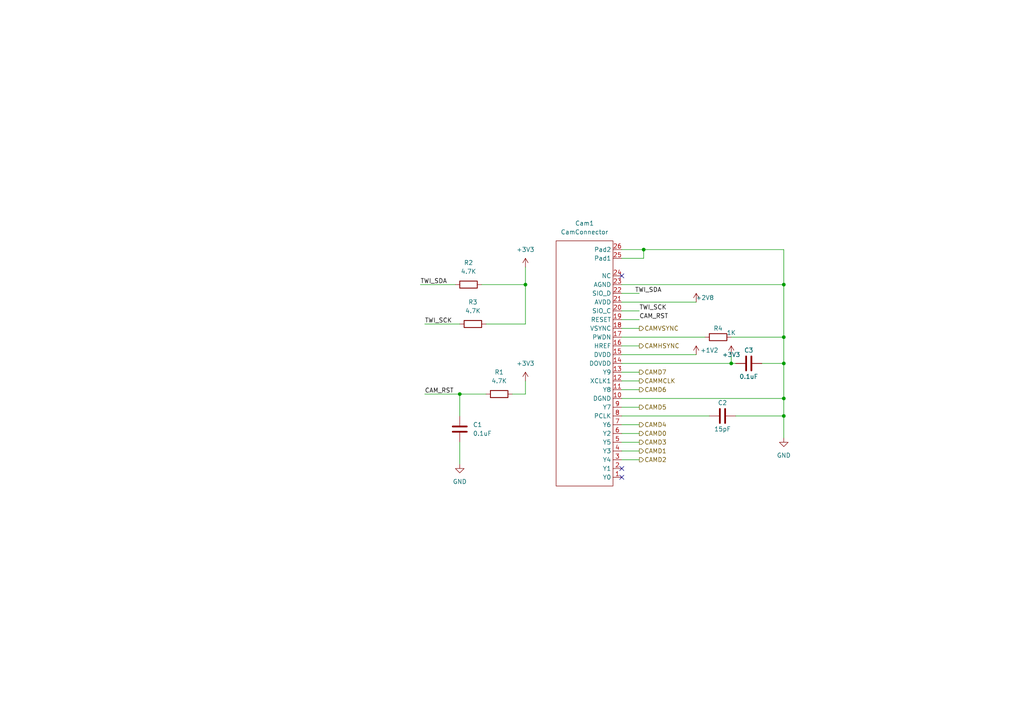
<source format=kicad_sch>
(kicad_sch (version 20211123) (generator eeschema)

  (uuid f2a82e48-4a9e-43d2-95c8-4ea601628687)

  (paper "A4")

  (lib_symbols
    (symbol "Custom:CamConnector" (in_bom yes) (on_board yes)
      (property "Reference" "Cam?" (id 0) (at 0 31.75 0)
        (effects (font (size 1.27 1.27)))
      )
      (property "Value" "CamConnector" (id 1) (at 0 -43.18 0)
        (effects (font (size 1.27 1.27)))
      )
      (property "Footprint" "" (id 2) (at 7.62 0 0)
        (effects (font (size 1.27 1.27)) hide)
      )
      (property "Datasheet" "" (id 3) (at 7.62 0 0)
        (effects (font (size 1.27 1.27)) hide)
      )
      (symbol "CamConnector_0_1"
        (rectangle (start -8.89 30.48) (end 7.62 -40.64)
          (stroke (width 0) (type default) (color 0 0 0 0))
          (fill (type none))
        )
      )
      (symbol "CamConnector_1_1"
        (pin input line (at 10.16 -38.1 180) (length 2.54)
          (name "Y0" (effects (font (size 1.27 1.27))))
          (number "1" (effects (font (size 1.27 1.27))))
        )
        (pin input line (at 10.16 -15.24 180) (length 2.54)
          (name "DGND" (effects (font (size 1.27 1.27))))
          (number "10" (effects (font (size 1.27 1.27))))
        )
        (pin input line (at 10.16 -12.7 180) (length 2.54)
          (name "Y8" (effects (font (size 1.27 1.27))))
          (number "11" (effects (font (size 1.27 1.27))))
        )
        (pin input line (at 10.16 -10.16 180) (length 2.54)
          (name "XCLK1" (effects (font (size 1.27 1.27))))
          (number "12" (effects (font (size 1.27 1.27))))
        )
        (pin input line (at 10.16 -7.62 180) (length 2.54)
          (name "Y9" (effects (font (size 1.27 1.27))))
          (number "13" (effects (font (size 1.27 1.27))))
        )
        (pin input line (at 10.16 -5.08 180) (length 2.54)
          (name "DOVDD" (effects (font (size 1.27 1.27))))
          (number "14" (effects (font (size 1.27 1.27))))
        )
        (pin input line (at 10.16 -2.54 180) (length 2.54)
          (name "DVDD" (effects (font (size 1.27 1.27))))
          (number "15" (effects (font (size 1.27 1.27))))
        )
        (pin input line (at 10.16 0 180) (length 2.54)
          (name "HREF" (effects (font (size 1.27 1.27))))
          (number "16" (effects (font (size 1.27 1.27))))
        )
        (pin input line (at 10.16 2.54 180) (length 2.54)
          (name "PWDN" (effects (font (size 1.27 1.27))))
          (number "17" (effects (font (size 1.27 1.27))))
        )
        (pin input line (at 10.16 5.08 180) (length 2.54)
          (name "VSYNC" (effects (font (size 1.27 1.27))))
          (number "18" (effects (font (size 1.27 1.27))))
        )
        (pin input line (at 10.16 7.62 180) (length 2.54)
          (name "RESET" (effects (font (size 1.27 1.27))))
          (number "19" (effects (font (size 1.27 1.27))))
        )
        (pin input line (at 10.16 -35.56 180) (length 2.54)
          (name "Y1" (effects (font (size 1.27 1.27))))
          (number "2" (effects (font (size 1.27 1.27))))
        )
        (pin input line (at 10.16 10.16 180) (length 2.54)
          (name "SIO_C" (effects (font (size 1.27 1.27))))
          (number "20" (effects (font (size 1.27 1.27))))
        )
        (pin input line (at 10.16 12.7 180) (length 2.54)
          (name "AVDD" (effects (font (size 1.27 1.27))))
          (number "21" (effects (font (size 1.27 1.27))))
        )
        (pin input line (at 10.16 15.24 180) (length 2.54)
          (name "SIO_D" (effects (font (size 1.27 1.27))))
          (number "22" (effects (font (size 1.27 1.27))))
        )
        (pin input line (at 10.16 17.78 180) (length 2.54)
          (name "AGND" (effects (font (size 1.27 1.27))))
          (number "23" (effects (font (size 1.27 1.27))))
        )
        (pin input line (at 10.16 20.32 180) (length 2.54)
          (name "NC" (effects (font (size 1.27 1.27))))
          (number "24" (effects (font (size 1.27 1.27))))
        )
        (pin input line (at 10.16 25.4 180) (length 2.54)
          (name "Pad1" (effects (font (size 1.27 1.27))))
          (number "25" (effects (font (size 1.27 1.27))))
        )
        (pin input line (at 10.16 27.94 180) (length 2.54)
          (name "Pad2" (effects (font (size 1.27 1.27))))
          (number "26" (effects (font (size 1.27 1.27))))
        )
        (pin input line (at 10.16 -33.02 180) (length 2.54)
          (name "Y4" (effects (font (size 1.27 1.27))))
          (number "3" (effects (font (size 1.27 1.27))))
        )
        (pin input line (at 10.16 -30.48 180) (length 2.54)
          (name "Y3" (effects (font (size 1.27 1.27))))
          (number "4" (effects (font (size 1.27 1.27))))
        )
        (pin input line (at 10.16 -27.94 180) (length 2.54)
          (name "Y5" (effects (font (size 1.27 1.27))))
          (number "5" (effects (font (size 1.27 1.27))))
        )
        (pin input line (at 10.16 -25.4 180) (length 2.54)
          (name "Y2" (effects (font (size 1.27 1.27))))
          (number "6" (effects (font (size 1.27 1.27))))
        )
        (pin input line (at 10.16 -22.86 180) (length 2.54)
          (name "Y6" (effects (font (size 1.27 1.27))))
          (number "7" (effects (font (size 1.27 1.27))))
        )
        (pin input line (at 10.16 -20.32 180) (length 2.54)
          (name "PCLK" (effects (font (size 1.27 1.27))))
          (number "8" (effects (font (size 1.27 1.27))))
        )
        (pin input line (at 10.16 -17.78 180) (length 2.54)
          (name "Y7" (effects (font (size 1.27 1.27))))
          (number "9" (effects (font (size 1.27 1.27))))
        )
      )
    )
    (symbol "Device:C" (pin_numbers hide) (pin_names (offset 0.254)) (in_bom yes) (on_board yes)
      (property "Reference" "C" (id 0) (at 0.635 2.54 0)
        (effects (font (size 1.27 1.27)) (justify left))
      )
      (property "Value" "C" (id 1) (at 0.635 -2.54 0)
        (effects (font (size 1.27 1.27)) (justify left))
      )
      (property "Footprint" "" (id 2) (at 0.9652 -3.81 0)
        (effects (font (size 1.27 1.27)) hide)
      )
      (property "Datasheet" "~" (id 3) (at 0 0 0)
        (effects (font (size 1.27 1.27)) hide)
      )
      (property "ki_keywords" "cap capacitor" (id 4) (at 0 0 0)
        (effects (font (size 1.27 1.27)) hide)
      )
      (property "ki_description" "Unpolarized capacitor" (id 5) (at 0 0 0)
        (effects (font (size 1.27 1.27)) hide)
      )
      (property "ki_fp_filters" "C_*" (id 6) (at 0 0 0)
        (effects (font (size 1.27 1.27)) hide)
      )
      (symbol "C_0_1"
        (polyline
          (pts
            (xy -2.032 -0.762)
            (xy 2.032 -0.762)
          )
          (stroke (width 0.508) (type default) (color 0 0 0 0))
          (fill (type none))
        )
        (polyline
          (pts
            (xy -2.032 0.762)
            (xy 2.032 0.762)
          )
          (stroke (width 0.508) (type default) (color 0 0 0 0))
          (fill (type none))
        )
      )
      (symbol "C_1_1"
        (pin passive line (at 0 3.81 270) (length 2.794)
          (name "~" (effects (font (size 1.27 1.27))))
          (number "1" (effects (font (size 1.27 1.27))))
        )
        (pin passive line (at 0 -3.81 90) (length 2.794)
          (name "~" (effects (font (size 1.27 1.27))))
          (number "2" (effects (font (size 1.27 1.27))))
        )
      )
    )
    (symbol "Device:R" (pin_numbers hide) (pin_names (offset 0)) (in_bom yes) (on_board yes)
      (property "Reference" "R" (id 0) (at 2.032 0 90)
        (effects (font (size 1.27 1.27)))
      )
      (property "Value" "R" (id 1) (at 0 0 90)
        (effects (font (size 1.27 1.27)))
      )
      (property "Footprint" "" (id 2) (at -1.778 0 90)
        (effects (font (size 1.27 1.27)) hide)
      )
      (property "Datasheet" "~" (id 3) (at 0 0 0)
        (effects (font (size 1.27 1.27)) hide)
      )
      (property "ki_keywords" "R res resistor" (id 4) (at 0 0 0)
        (effects (font (size 1.27 1.27)) hide)
      )
      (property "ki_description" "Resistor" (id 5) (at 0 0 0)
        (effects (font (size 1.27 1.27)) hide)
      )
      (property "ki_fp_filters" "R_*" (id 6) (at 0 0 0)
        (effects (font (size 1.27 1.27)) hide)
      )
      (symbol "R_0_1"
        (rectangle (start -1.016 -2.54) (end 1.016 2.54)
          (stroke (width 0.254) (type default) (color 0 0 0 0))
          (fill (type none))
        )
      )
      (symbol "R_1_1"
        (pin passive line (at 0 3.81 270) (length 1.27)
          (name "~" (effects (font (size 1.27 1.27))))
          (number "1" (effects (font (size 1.27 1.27))))
        )
        (pin passive line (at 0 -3.81 90) (length 1.27)
          (name "~" (effects (font (size 1.27 1.27))))
          (number "2" (effects (font (size 1.27 1.27))))
        )
      )
    )
    (symbol "power:+1V2" (power) (pin_names (offset 0)) (in_bom yes) (on_board yes)
      (property "Reference" "#PWR" (id 0) (at 0 -3.81 0)
        (effects (font (size 1.27 1.27)) hide)
      )
      (property "Value" "+1V2" (id 1) (at 0 3.556 0)
        (effects (font (size 1.27 1.27)))
      )
      (property "Footprint" "" (id 2) (at 0 0 0)
        (effects (font (size 1.27 1.27)) hide)
      )
      (property "Datasheet" "" (id 3) (at 0 0 0)
        (effects (font (size 1.27 1.27)) hide)
      )
      (property "ki_keywords" "power-flag" (id 4) (at 0 0 0)
        (effects (font (size 1.27 1.27)) hide)
      )
      (property "ki_description" "Power symbol creates a global label with name \"+1V2\"" (id 5) (at 0 0 0)
        (effects (font (size 1.27 1.27)) hide)
      )
      (symbol "+1V2_0_1"
        (polyline
          (pts
            (xy -0.762 1.27)
            (xy 0 2.54)
          )
          (stroke (width 0) (type default) (color 0 0 0 0))
          (fill (type none))
        )
        (polyline
          (pts
            (xy 0 0)
            (xy 0 2.54)
          )
          (stroke (width 0) (type default) (color 0 0 0 0))
          (fill (type none))
        )
        (polyline
          (pts
            (xy 0 2.54)
            (xy 0.762 1.27)
          )
          (stroke (width 0) (type default) (color 0 0 0 0))
          (fill (type none))
        )
      )
      (symbol "+1V2_1_1"
        (pin power_in line (at 0 0 90) (length 0) hide
          (name "+1V2" (effects (font (size 1.27 1.27))))
          (number "1" (effects (font (size 1.27 1.27))))
        )
      )
    )
    (symbol "power:+2V8" (power) (pin_names (offset 0)) (in_bom yes) (on_board yes)
      (property "Reference" "#PWR" (id 0) (at 0 -3.81 0)
        (effects (font (size 1.27 1.27)) hide)
      )
      (property "Value" "+2V8" (id 1) (at 0 3.556 0)
        (effects (font (size 1.27 1.27)))
      )
      (property "Footprint" "" (id 2) (at 0 0 0)
        (effects (font (size 1.27 1.27)) hide)
      )
      (property "Datasheet" "" (id 3) (at 0 0 0)
        (effects (font (size 1.27 1.27)) hide)
      )
      (property "ki_keywords" "power-flag" (id 4) (at 0 0 0)
        (effects (font (size 1.27 1.27)) hide)
      )
      (property "ki_description" "Power symbol creates a global label with name \"+2V8\"" (id 5) (at 0 0 0)
        (effects (font (size 1.27 1.27)) hide)
      )
      (symbol "+2V8_0_1"
        (polyline
          (pts
            (xy -0.762 1.27)
            (xy 0 2.54)
          )
          (stroke (width 0) (type default) (color 0 0 0 0))
          (fill (type none))
        )
        (polyline
          (pts
            (xy 0 0)
            (xy 0 2.54)
          )
          (stroke (width 0) (type default) (color 0 0 0 0))
          (fill (type none))
        )
        (polyline
          (pts
            (xy 0 2.54)
            (xy 0.762 1.27)
          )
          (stroke (width 0) (type default) (color 0 0 0 0))
          (fill (type none))
        )
      )
      (symbol "+2V8_1_1"
        (pin power_in line (at 0 0 90) (length 0) hide
          (name "+2V8" (effects (font (size 1.27 1.27))))
          (number "1" (effects (font (size 1.27 1.27))))
        )
      )
    )
    (symbol "power:+3.3V" (power) (pin_names (offset 0)) (in_bom yes) (on_board yes)
      (property "Reference" "#PWR" (id 0) (at 0 -3.81 0)
        (effects (font (size 1.27 1.27)) hide)
      )
      (property "Value" "+3.3V" (id 1) (at 0 3.556 0)
        (effects (font (size 1.27 1.27)))
      )
      (property "Footprint" "" (id 2) (at 0 0 0)
        (effects (font (size 1.27 1.27)) hide)
      )
      (property "Datasheet" "" (id 3) (at 0 0 0)
        (effects (font (size 1.27 1.27)) hide)
      )
      (property "ki_keywords" "power-flag" (id 4) (at 0 0 0)
        (effects (font (size 1.27 1.27)) hide)
      )
      (property "ki_description" "Power symbol creates a global label with name \"+3.3V\"" (id 5) (at 0 0 0)
        (effects (font (size 1.27 1.27)) hide)
      )
      (symbol "+3.3V_0_1"
        (polyline
          (pts
            (xy -0.762 1.27)
            (xy 0 2.54)
          )
          (stroke (width 0) (type default) (color 0 0 0 0))
          (fill (type none))
        )
        (polyline
          (pts
            (xy 0 0)
            (xy 0 2.54)
          )
          (stroke (width 0) (type default) (color 0 0 0 0))
          (fill (type none))
        )
        (polyline
          (pts
            (xy 0 2.54)
            (xy 0.762 1.27)
          )
          (stroke (width 0) (type default) (color 0 0 0 0))
          (fill (type none))
        )
      )
      (symbol "+3.3V_1_1"
        (pin power_in line (at 0 0 90) (length 0) hide
          (name "+3V3" (effects (font (size 1.27 1.27))))
          (number "1" (effects (font (size 1.27 1.27))))
        )
      )
    )
    (symbol "power:GND" (power) (pin_names (offset 0)) (in_bom yes) (on_board yes)
      (property "Reference" "#PWR" (id 0) (at 0 -6.35 0)
        (effects (font (size 1.27 1.27)) hide)
      )
      (property "Value" "GND" (id 1) (at 0 -3.81 0)
        (effects (font (size 1.27 1.27)))
      )
      (property "Footprint" "" (id 2) (at 0 0 0)
        (effects (font (size 1.27 1.27)) hide)
      )
      (property "Datasheet" "" (id 3) (at 0 0 0)
        (effects (font (size 1.27 1.27)) hide)
      )
      (property "ki_keywords" "power-flag" (id 4) (at 0 0 0)
        (effects (font (size 1.27 1.27)) hide)
      )
      (property "ki_description" "Power symbol creates a global label with name \"GND\" , ground" (id 5) (at 0 0 0)
        (effects (font (size 1.27 1.27)) hide)
      )
      (symbol "GND_0_1"
        (polyline
          (pts
            (xy 0 0)
            (xy 0 -1.27)
            (xy 1.27 -1.27)
            (xy 0 -2.54)
            (xy -1.27 -1.27)
            (xy 0 -1.27)
          )
          (stroke (width 0) (type default) (color 0 0 0 0))
          (fill (type none))
        )
      )
      (symbol "GND_1_1"
        (pin power_in line (at 0 0 270) (length 0) hide
          (name "GND" (effects (font (size 1.27 1.27))))
          (number "1" (effects (font (size 1.27 1.27))))
        )
      )
    )
  )

  (junction (at 133.35 114.3) (diameter 0) (color 0 0 0 0)
    (uuid 00c9b569-1b4b-437f-9fce-02beb1dd2e53)
  )
  (junction (at 227.33 82.55) (diameter 0) (color 0 0 0 0)
    (uuid 1559e19b-f2c7-4a83-ad35-e29b379c1703)
  )
  (junction (at 152.4 82.55) (diameter 0) (color 0 0 0 0)
    (uuid 276fea4f-11ba-4a19-af7c-773f88f4eeae)
  )
  (junction (at 227.33 120.65) (diameter 0) (color 0 0 0 0)
    (uuid 6ed55029-dadd-4731-8a4e-2bd19bc3b5f9)
  )
  (junction (at 227.33 115.57) (diameter 0) (color 0 0 0 0)
    (uuid 7b8274fb-73ef-4cf7-b96c-ba0996b5d1f8)
  )
  (junction (at 227.33 105.41) (diameter 0) (color 0 0 0 0)
    (uuid 8dcebb83-942d-4b13-928a-f1412290dc43)
  )
  (junction (at 212.09 105.41) (diameter 0) (color 0 0 0 0)
    (uuid c6c7baba-f86a-4cc3-b2e8-2226d2fcb045)
  )
  (junction (at 227.33 97.79) (diameter 0) (color 0 0 0 0)
    (uuid e3ad0108-13e9-4df5-8d2c-b12b37667b2d)
  )
  (junction (at 186.69 72.39) (diameter 0) (color 0 0 0 0)
    (uuid e8cdc0c3-8ba7-453c-8258-da75f3e7ad68)
  )

  (no_connect (at 180.34 135.89) (uuid 13c4aa9d-1f6f-42da-bd13-ae1d8d672ed5))
  (no_connect (at 180.34 138.43) (uuid 13c4aa9d-1f6f-42da-bd13-ae1d8d672ed6))
  (no_connect (at 180.34 80.01) (uuid acd6fb55-fde8-4aca-8267-0be36cd50c4d))

  (wire (pts (xy 180.34 72.39) (xy 186.69 72.39))
    (stroke (width 0) (type default) (color 0 0 0 0))
    (uuid 02bab19a-2813-48b8-85aa-fcd9859dbde4)
  )
  (wire (pts (xy 180.34 128.27) (xy 185.42 128.27))
    (stroke (width 0) (type default) (color 0 0 0 0))
    (uuid 04a535a6-2d84-4e83-9daa-f26dcddcfd00)
  )
  (wire (pts (xy 227.33 72.39) (xy 227.33 82.55))
    (stroke (width 0) (type default) (color 0 0 0 0))
    (uuid 127c88d2-740b-43ac-8e30-a684a6e5d149)
  )
  (wire (pts (xy 220.98 105.41) (xy 227.33 105.41))
    (stroke (width 0) (type default) (color 0 0 0 0))
    (uuid 1d4d9cab-4754-4d5f-9274-c60927b4dc15)
  )
  (wire (pts (xy 152.4 77.47) (xy 152.4 82.55))
    (stroke (width 0) (type default) (color 0 0 0 0))
    (uuid 22612bb5-6e0a-470b-a7a1-8d02ca0813a9)
  )
  (wire (pts (xy 180.34 130.81) (xy 185.42 130.81))
    (stroke (width 0) (type default) (color 0 0 0 0))
    (uuid 231e97b0-9cce-42bc-91b2-4e6124d994a5)
  )
  (wire (pts (xy 180.34 87.63) (xy 201.93 87.63))
    (stroke (width 0) (type default) (color 0 0 0 0))
    (uuid 26666f52-9696-4199-aa3c-081fc825fa8a)
  )
  (wire (pts (xy 123.19 114.3) (xy 133.35 114.3))
    (stroke (width 0) (type default) (color 0 0 0 0))
    (uuid 315a8364-7685-4e61-a8a7-31abcacb3277)
  )
  (wire (pts (xy 227.33 115.57) (xy 227.33 120.65))
    (stroke (width 0) (type default) (color 0 0 0 0))
    (uuid 33b8b13f-08e7-45ca-956e-5306a4f8e9fb)
  )
  (wire (pts (xy 152.4 110.49) (xy 152.4 114.3))
    (stroke (width 0) (type default) (color 0 0 0 0))
    (uuid 35d1e2bb-9e1d-4019-b7c5-fda25794d166)
  )
  (wire (pts (xy 140.97 93.98) (xy 152.4 93.98))
    (stroke (width 0) (type default) (color 0 0 0 0))
    (uuid 3956f06b-e365-4c19-83bd-fff843636f4c)
  )
  (wire (pts (xy 180.34 110.49) (xy 185.42 110.49))
    (stroke (width 0) (type default) (color 0 0 0 0))
    (uuid 4e409b81-c5d2-42ba-af6f-8fc2e29e95fa)
  )
  (wire (pts (xy 139.7 82.55) (xy 152.4 82.55))
    (stroke (width 0) (type default) (color 0 0 0 0))
    (uuid 5b09ba54-498d-4efd-b75d-ecdff4fb6d05)
  )
  (wire (pts (xy 227.33 97.79) (xy 212.09 97.79))
    (stroke (width 0) (type default) (color 0 0 0 0))
    (uuid 68e151d7-35df-4481-bd6a-3269e6b3d6bd)
  )
  (wire (pts (xy 140.97 114.3) (xy 133.35 114.3))
    (stroke (width 0) (type default) (color 0 0 0 0))
    (uuid 69802680-5172-430f-8295-abcd27f98d58)
  )
  (wire (pts (xy 227.33 120.65) (xy 213.36 120.65))
    (stroke (width 0) (type default) (color 0 0 0 0))
    (uuid 69ef3b62-db48-4a96-b0e5-517cf716f813)
  )
  (wire (pts (xy 212.09 105.41) (xy 213.36 105.41))
    (stroke (width 0) (type default) (color 0 0 0 0))
    (uuid 6b2c6d19-689a-4fa1-8f13-d13b8b68dd6a)
  )
  (wire (pts (xy 180.34 125.73) (xy 185.42 125.73))
    (stroke (width 0) (type default) (color 0 0 0 0))
    (uuid 6c796d3e-d82e-4289-bb08-c7d8b735e967)
  )
  (wire (pts (xy 180.34 123.19) (xy 185.42 123.19))
    (stroke (width 0) (type default) (color 0 0 0 0))
    (uuid 6e6c7a87-2364-4a76-b731-bd29bd1b36b8)
  )
  (wire (pts (xy 180.34 133.35) (xy 185.42 133.35))
    (stroke (width 0) (type default) (color 0 0 0 0))
    (uuid 7678b9d0-a8d2-47bf-9f62-83f620032bcd)
  )
  (wire (pts (xy 180.34 102.87) (xy 201.93 102.87))
    (stroke (width 0) (type default) (color 0 0 0 0))
    (uuid 781b48f8-1f25-47fb-9a3b-8b9308ff638f)
  )
  (wire (pts (xy 180.34 105.41) (xy 212.09 105.41))
    (stroke (width 0) (type default) (color 0 0 0 0))
    (uuid 7e041d8f-087f-4328-b96e-db81cd8317f8)
  )
  (wire (pts (xy 180.34 85.09) (xy 185.42 85.09))
    (stroke (width 0) (type default) (color 0 0 0 0))
    (uuid 7ec9c840-d49a-4a6a-a18c-f63cc36693eb)
  )
  (wire (pts (xy 180.34 120.65) (xy 205.74 120.65))
    (stroke (width 0) (type default) (color 0 0 0 0))
    (uuid 7f280b14-cfd0-431a-8150-9b1d0f60e013)
  )
  (wire (pts (xy 180.34 90.17) (xy 185.42 90.17))
    (stroke (width 0) (type default) (color 0 0 0 0))
    (uuid 81de5224-125d-4726-a5f9-c7c4d019b4d5)
  )
  (wire (pts (xy 123.19 93.98) (xy 133.35 93.98))
    (stroke (width 0) (type default) (color 0 0 0 0))
    (uuid 87d7eb40-3191-40cb-8d13-7a404efeabd6)
  )
  (wire (pts (xy 227.33 105.41) (xy 227.33 115.57))
    (stroke (width 0) (type default) (color 0 0 0 0))
    (uuid 897d1b18-1a95-4b89-88a7-0493c720a2bf)
  )
  (wire (pts (xy 180.34 115.57) (xy 227.33 115.57))
    (stroke (width 0) (type default) (color 0 0 0 0))
    (uuid 8c0545e8-c9a9-4ca3-ae35-ae757b349c05)
  )
  (wire (pts (xy 186.69 72.39) (xy 227.33 72.39))
    (stroke (width 0) (type default) (color 0 0 0 0))
    (uuid 8ecc2b5c-33f8-416b-865c-8843601050de)
  )
  (wire (pts (xy 180.34 100.33) (xy 185.42 100.33))
    (stroke (width 0) (type default) (color 0 0 0 0))
    (uuid 9731c988-9366-475c-a8bb-152331077f1b)
  )
  (wire (pts (xy 186.69 74.93) (xy 186.69 72.39))
    (stroke (width 0) (type default) (color 0 0 0 0))
    (uuid a337fff8-9af0-4d54-ba59-6ef6821d12ad)
  )
  (wire (pts (xy 133.35 114.3) (xy 133.35 120.65))
    (stroke (width 0) (type default) (color 0 0 0 0))
    (uuid ad68506e-1104-4963-8f84-f595870afa6f)
  )
  (wire (pts (xy 121.92 82.55) (xy 132.08 82.55))
    (stroke (width 0) (type default) (color 0 0 0 0))
    (uuid ae8444ea-dfbc-455e-b56c-d986059b6bcb)
  )
  (wire (pts (xy 180.34 97.79) (xy 204.47 97.79))
    (stroke (width 0) (type default) (color 0 0 0 0))
    (uuid b485f18b-40b8-4fb7-943e-8df8ce0c235f)
  )
  (wire (pts (xy 180.34 95.25) (xy 185.42 95.25))
    (stroke (width 0) (type default) (color 0 0 0 0))
    (uuid b62dce67-ea5c-467d-943f-363f13f8827f)
  )
  (wire (pts (xy 152.4 82.55) (xy 152.4 93.98))
    (stroke (width 0) (type default) (color 0 0 0 0))
    (uuid b8ab3674-95dd-4025-ae08-58b508e836b0)
  )
  (wire (pts (xy 227.33 105.41) (xy 227.33 97.79))
    (stroke (width 0) (type default) (color 0 0 0 0))
    (uuid bbe59482-9e17-4d7f-b303-daff6a7a0677)
  )
  (wire (pts (xy 180.34 113.03) (xy 185.42 113.03))
    (stroke (width 0) (type default) (color 0 0 0 0))
    (uuid c8f6679c-8bdc-4470-9490-f976a25e43f4)
  )
  (wire (pts (xy 180.34 82.55) (xy 227.33 82.55))
    (stroke (width 0) (type default) (color 0 0 0 0))
    (uuid cdd84950-7e76-4149-a30a-88e67f7a0b99)
  )
  (wire (pts (xy 227.33 82.55) (xy 227.33 97.79))
    (stroke (width 0) (type default) (color 0 0 0 0))
    (uuid ce796f01-e80e-40e7-876b-5701107a90e2)
  )
  (wire (pts (xy 152.4 114.3) (xy 148.59 114.3))
    (stroke (width 0) (type default) (color 0 0 0 0))
    (uuid d4a9ae5d-2c57-42f0-803c-abffb05cc621)
  )
  (wire (pts (xy 133.35 128.27) (xy 133.35 134.62))
    (stroke (width 0) (type default) (color 0 0 0 0))
    (uuid d64171eb-1fb5-4c52-a004-fc9bb47d66e3)
  )
  (wire (pts (xy 180.34 118.11) (xy 185.42 118.11))
    (stroke (width 0) (type default) (color 0 0 0 0))
    (uuid d85b37e4-271a-4be2-be64-38ce9603c69e)
  )
  (wire (pts (xy 227.33 127) (xy 227.33 120.65))
    (stroke (width 0) (type default) (color 0 0 0 0))
    (uuid db48b76b-3da8-4daf-bcb6-4024d3b038f7)
  )
  (wire (pts (xy 180.34 74.93) (xy 186.69 74.93))
    (stroke (width 0) (type default) (color 0 0 0 0))
    (uuid df8c739d-1c7b-42ef-a0dd-42492cd4126e)
  )
  (wire (pts (xy 180.34 92.71) (xy 185.42 92.71))
    (stroke (width 0) (type default) (color 0 0 0 0))
    (uuid e780f398-9ed6-4944-aa97-9360ee430ee5)
  )
  (wire (pts (xy 180.34 107.95) (xy 185.42 107.95))
    (stroke (width 0) (type default) (color 0 0 0 0))
    (uuid f319902a-e221-4ca3-a65f-463343ae5bbd)
  )
  (wire (pts (xy 212.09 102.87) (xy 212.09 105.41))
    (stroke (width 0) (type default) (color 0 0 0 0))
    (uuid fca1a906-7e71-4747-a8b0-67137f2b0fc6)
  )

  (label "CAM_RST" (at 185.42 92.71 0)
    (effects (font (size 1.27 1.27)) (justify left bottom))
    (uuid 0f2dc1d7-4294-43f3-8415-185ef4c05ce5)
  )
  (label "TWI_SDA" (at 121.92 82.55 0)
    (effects (font (size 1.27 1.27)) (justify left bottom))
    (uuid 7de7503b-f611-46f8-acfd-e8d1e9219a87)
  )
  (label "TWI_SDA" (at 184.15 85.09 0)
    (effects (font (size 1.27 1.27)) (justify left bottom))
    (uuid a52b80b8-8bd3-425f-b635-dff85a7c926c)
  )
  (label "TWI_SCK" (at 185.42 90.17 0)
    (effects (font (size 1.27 1.27)) (justify left bottom))
    (uuid a5b573c3-1b69-4166-9896-49687818258f)
  )
  (label "TWI_SCK" (at 123.19 93.98 0)
    (effects (font (size 1.27 1.27)) (justify left bottom))
    (uuid a8caf2a8-178b-4529-8abb-a4feaf9e0433)
  )
  (label "CAM_RST" (at 123.19 114.3 0)
    (effects (font (size 1.27 1.27)) (justify left bottom))
    (uuid a94fbb4c-0fe2-4513-9546-100dcde208e0)
  )

  (hierarchical_label "CAMD2" (shape output) (at 185.42 133.35 0)
    (effects (font (size 1.27 1.27)) (justify left))
    (uuid 0b721829-4f43-46f5-92e1-91f5ef631b19)
  )
  (hierarchical_label "CAMD7" (shape output) (at 185.42 107.95 0)
    (effects (font (size 1.27 1.27)) (justify left))
    (uuid 1e400cc6-5c1b-4e99-8f92-23b41180e062)
  )
  (hierarchical_label "CAMD0" (shape output) (at 185.42 125.73 0)
    (effects (font (size 1.27 1.27)) (justify left))
    (uuid 3a8342fd-5977-4f13-8993-76d6d9844c8d)
  )
  (hierarchical_label "CAMD1" (shape output) (at 185.42 130.81 0)
    (effects (font (size 1.27 1.27)) (justify left))
    (uuid 5005816f-b3e7-4cbe-b127-dee92d4b6071)
  )
  (hierarchical_label "CAMD3" (shape output) (at 185.42 128.27 0)
    (effects (font (size 1.27 1.27)) (justify left))
    (uuid 63a4f5d0-73b3-403a-bff7-649b08158591)
  )
  (hierarchical_label "CAMVSYNC" (shape output) (at 185.42 95.25 0)
    (effects (font (size 1.27 1.27)) (justify left))
    (uuid 7cb876b9-e11c-4f10-bcea-cabde4f5bab6)
  )
  (hierarchical_label "CAMMCLK" (shape output) (at 185.42 110.49 0)
    (effects (font (size 1.27 1.27)) (justify left))
    (uuid a43a2e64-a79e-4f05-b176-fa7cc96807fd)
  )
  (hierarchical_label "CAMD6" (shape output) (at 185.42 113.03 0)
    (effects (font (size 1.27 1.27)) (justify left))
    (uuid b7bd3d64-539e-4001-920b-864febd57507)
  )
  (hierarchical_label "CAMD4" (shape output) (at 185.42 123.19 0)
    (effects (font (size 1.27 1.27)) (justify left))
    (uuid b80c31a8-ae42-4c90-b379-689fc534715f)
  )
  (hierarchical_label "CAMD5" (shape output) (at 185.42 118.11 0)
    (effects (font (size 1.27 1.27)) (justify left))
    (uuid fef57d4b-7d07-41ee-87b8-8d0414f7ce3f)
  )
  (hierarchical_label "CAMHSYNC" (shape output) (at 185.42 100.33 0)
    (effects (font (size 1.27 1.27)) (justify left))
    (uuid fff1b6b2-f22f-4cbf-926b-32ba1e68c80b)
  )

  (symbol (lib_id "Device:C") (at 209.55 120.65 90) (unit 1)
    (in_bom yes) (on_board yes)
    (uuid 13c692aa-0231-459a-b8bb-78fdca6c4b14)
    (property "Reference" "C2" (id 0) (at 209.55 116.84 90))
    (property "Value" "15pF" (id 1) (at 209.55 124.46 90))
    (property "Footprint" "" (id 2) (at 213.36 119.6848 0)
      (effects (font (size 1.27 1.27)) hide)
    )
    (property "Datasheet" "~" (id 3) (at 209.55 120.65 0)
      (effects (font (size 1.27 1.27)) hide)
    )
    (pin "1" (uuid ffa98c6a-8e38-457f-8a79-2d6da5f53b4d))
    (pin "2" (uuid 0d022b22-cc24-4530-b22b-2b98be877f26))
  )

  (symbol (lib_id "power:+1V2") (at 201.93 102.87 0) (unit 1)
    (in_bom yes) (on_board yes)
    (uuid 1a3485c9-8d5d-455a-bc98-2386de386c88)
    (property "Reference" "#PWR?" (id 0) (at 201.93 106.68 0)
      (effects (font (size 1.27 1.27)) hide)
    )
    (property "Value" "+1V2" (id 1) (at 205.74 101.6 0))
    (property "Footprint" "" (id 2) (at 201.93 102.87 0)
      (effects (font (size 1.27 1.27)) hide)
    )
    (property "Datasheet" "" (id 3) (at 201.93 102.87 0)
      (effects (font (size 1.27 1.27)) hide)
    )
    (pin "1" (uuid b67ebcc6-7837-43de-806d-0b19eac33a36))
  )

  (symbol (lib_id "Custom:CamConnector") (at 170.18 100.33 0) (unit 1)
    (in_bom yes) (on_board yes) (fields_autoplaced)
    (uuid 56f88dd8-4453-4ff8-a636-c8f014006819)
    (property "Reference" "Cam1" (id 0) (at 169.545 64.77 0))
    (property "Value" "CamConnector" (id 1) (at 169.545 67.31 0))
    (property "Footprint" "" (id 2) (at 177.8 100.33 0)
      (effects (font (size 1.27 1.27)) hide)
    )
    (property "Datasheet" "" (id 3) (at 177.8 100.33 0)
      (effects (font (size 1.27 1.27)) hide)
    )
    (pin "1" (uuid 5bad7a07-0546-4193-8937-5df0cfbb016b))
    (pin "10" (uuid 2f811782-c71f-403e-aef0-bcf38134a13e))
    (pin "11" (uuid 4f84fa4a-e954-4c3e-8400-52546198c14d))
    (pin "12" (uuid d25b4fbd-c365-4d80-83e4-e4fd9555cb16))
    (pin "13" (uuid 8b46b7ad-a404-4768-856b-5aa85ba5a05f))
    (pin "14" (uuid c4e2c33e-b7df-460b-88ae-a29d44b07ce1))
    (pin "15" (uuid fb0cce1b-635f-4898-bd82-4fbc039de5fb))
    (pin "16" (uuid 9c0caeca-aab3-4012-bbad-cad4ca1a28ee))
    (pin "17" (uuid 5cd39e09-a9bd-4e2c-a6e8-c1ab0260eb35))
    (pin "18" (uuid c7809985-1470-446a-9884-91d5f34da31b))
    (pin "19" (uuid b49734e8-e250-4680-be71-d85daf5f548a))
    (pin "2" (uuid f5da6bad-52ec-4890-b15f-0907003fba34))
    (pin "20" (uuid 9c37c04a-f67e-4c67-9b32-1c50ead5f5e0))
    (pin "21" (uuid 03c7ef5b-2f3d-40be-a9cd-1eba670d66d9))
    (pin "22" (uuid 336b4076-d25c-40e7-88b9-d37fb7ca45b0))
    (pin "23" (uuid d0edc669-1fcc-4a05-8f81-8f5f9f8358ef))
    (pin "24" (uuid 740bb4e4-3167-4890-89e4-50e91ee12a00))
    (pin "25" (uuid b68b98a0-c8d7-42c1-a14c-26ea0757514d))
    (pin "26" (uuid 8ab0ce79-62c4-4d65-936c-69bc2268d920))
    (pin "3" (uuid 8f56a7b0-5472-4d81-8ecd-3ecfac1b931e))
    (pin "4" (uuid 79bf6578-4dfb-4e01-a342-7df83a430949))
    (pin "5" (uuid ce4ae764-2c4d-4ee2-a3e9-c3b4ca44b0f7))
    (pin "6" (uuid 9fd4b988-e9b4-4426-9b8b-975a1661e62e))
    (pin "7" (uuid bca6e3db-1158-4f14-bedb-95588a77625f))
    (pin "8" (uuid a691d46e-4c88-4780-82a3-73d6e5a4d906))
    (pin "9" (uuid 62623934-c2d6-41da-9fa9-8121617bda1c))
  )

  (symbol (lib_id "power:+3.3V") (at 152.4 110.49 0) (unit 1)
    (in_bom yes) (on_board yes) (fields_autoplaced)
    (uuid 84d19078-b280-4d1d-a5d9-dcff48e8c1a7)
    (property "Reference" "#PWR?" (id 0) (at 152.4 114.3 0)
      (effects (font (size 1.27 1.27)) hide)
    )
    (property "Value" "+3.3V" (id 1) (at 152.4 105.41 0))
    (property "Footprint" "" (id 2) (at 152.4 110.49 0)
      (effects (font (size 1.27 1.27)) hide)
    )
    (property "Datasheet" "" (id 3) (at 152.4 110.49 0)
      (effects (font (size 1.27 1.27)) hide)
    )
    (pin "1" (uuid 41f2272e-a28e-4c62-accf-6e3aaec3ac9a))
  )

  (symbol (lib_id "power:+3.3V") (at 212.09 102.87 0) (unit 1)
    (in_bom yes) (on_board yes)
    (uuid 897e7aa7-3cf3-46e3-91d8-64101e0cc939)
    (property "Reference" "#PWR?" (id 0) (at 212.09 106.68 0)
      (effects (font (size 1.27 1.27)) hide)
    )
    (property "Value" "+3.3V" (id 1) (at 212.09 102.87 0))
    (property "Footprint" "" (id 2) (at 212.09 102.87 0)
      (effects (font (size 1.27 1.27)) hide)
    )
    (property "Datasheet" "" (id 3) (at 212.09 102.87 0)
      (effects (font (size 1.27 1.27)) hide)
    )
    (pin "1" (uuid e48452b6-f29d-4943-af2f-994c4db46afa))
  )

  (symbol (lib_id "Device:R") (at 208.28 97.79 90) (unit 1)
    (in_bom yes) (on_board yes)
    (uuid a47c0a05-816b-4865-b949-de13990188a6)
    (property "Reference" "R4" (id 0) (at 208.28 95.25 90))
    (property "Value" "1K" (id 1) (at 212.09 96.52 90))
    (property "Footprint" "" (id 2) (at 208.28 99.568 90)
      (effects (font (size 1.27 1.27)) hide)
    )
    (property "Datasheet" "~" (id 3) (at 208.28 97.79 0)
      (effects (font (size 1.27 1.27)) hide)
    )
    (pin "1" (uuid f97f8bcf-bf3f-4c41-a8cb-f805ba340e9e))
    (pin "2" (uuid b99d71fe-5412-4908-9118-5e01ad99d734))
  )

  (symbol (lib_id "power:+3.3V") (at 152.4 77.47 0) (unit 1)
    (in_bom yes) (on_board yes) (fields_autoplaced)
    (uuid b70a14f1-2480-49e2-9288-602e6d3fc244)
    (property "Reference" "#PWR?" (id 0) (at 152.4 81.28 0)
      (effects (font (size 1.27 1.27)) hide)
    )
    (property "Value" "+3.3V" (id 1) (at 152.4 72.39 0))
    (property "Footprint" "" (id 2) (at 152.4 77.47 0)
      (effects (font (size 1.27 1.27)) hide)
    )
    (property "Datasheet" "" (id 3) (at 152.4 77.47 0)
      (effects (font (size 1.27 1.27)) hide)
    )
    (pin "1" (uuid c6e901fe-d10e-479d-b6f5-7383523c0681))
  )

  (symbol (lib_id "Device:C") (at 133.35 124.46 0) (unit 1)
    (in_bom yes) (on_board yes) (fields_autoplaced)
    (uuid bb60794b-c9d3-4933-8734-79de39d83d65)
    (property "Reference" "C1" (id 0) (at 137.16 123.1899 0)
      (effects (font (size 1.27 1.27)) (justify left))
    )
    (property "Value" "0.1uF" (id 1) (at 137.16 125.7299 0)
      (effects (font (size 1.27 1.27)) (justify left))
    )
    (property "Footprint" "" (id 2) (at 134.3152 128.27 0)
      (effects (font (size 1.27 1.27)) hide)
    )
    (property "Datasheet" "~" (id 3) (at 133.35 124.46 0)
      (effects (font (size 1.27 1.27)) hide)
    )
    (pin "1" (uuid a800ccb4-1743-4585-8b04-b0e1c9015611))
    (pin "2" (uuid e527cd39-3575-465c-bd03-ef31abde359c))
  )

  (symbol (lib_id "power:GND") (at 227.33 127 0) (unit 1)
    (in_bom yes) (on_board yes) (fields_autoplaced)
    (uuid bc5b0380-a627-48a5-8982-98406bc7683e)
    (property "Reference" "#PWR?" (id 0) (at 227.33 133.35 0)
      (effects (font (size 1.27 1.27)) hide)
    )
    (property "Value" "GND" (id 1) (at 227.33 132.08 0))
    (property "Footprint" "" (id 2) (at 227.33 127 0)
      (effects (font (size 1.27 1.27)) hide)
    )
    (property "Datasheet" "" (id 3) (at 227.33 127 0)
      (effects (font (size 1.27 1.27)) hide)
    )
    (pin "1" (uuid b7ab52d7-c12b-45ea-b275-50e2407c91c3))
  )

  (symbol (lib_id "Device:R") (at 144.78 114.3 90) (unit 1)
    (in_bom yes) (on_board yes) (fields_autoplaced)
    (uuid d93f8d48-725f-4bd1-af51-62e6ca366789)
    (property "Reference" "R1" (id 0) (at 144.78 107.95 90))
    (property "Value" "4.7K" (id 1) (at 144.78 110.49 90))
    (property "Footprint" "" (id 2) (at 144.78 116.078 90)
      (effects (font (size 1.27 1.27)) hide)
    )
    (property "Datasheet" "~" (id 3) (at 144.78 114.3 0)
      (effects (font (size 1.27 1.27)) hide)
    )
    (pin "1" (uuid dff2e929-5c40-43ce-9e0a-67d6f4bb1d76))
    (pin "2" (uuid 8e321d50-a96f-4a42-8423-064b487e9f24))
  )

  (symbol (lib_id "power:GND") (at 133.35 134.62 0) (unit 1)
    (in_bom yes) (on_board yes) (fields_autoplaced)
    (uuid d951874a-f6b8-4a39-8c68-9552cd0d56c3)
    (property "Reference" "#PWR?" (id 0) (at 133.35 140.97 0)
      (effects (font (size 1.27 1.27)) hide)
    )
    (property "Value" "GND" (id 1) (at 133.35 139.7 0))
    (property "Footprint" "" (id 2) (at 133.35 134.62 0)
      (effects (font (size 1.27 1.27)) hide)
    )
    (property "Datasheet" "" (id 3) (at 133.35 134.62 0)
      (effects (font (size 1.27 1.27)) hide)
    )
    (pin "1" (uuid 84c1563f-13eb-4d3e-9dd7-d32a349ba595))
  )

  (symbol (lib_id "Device:C") (at 217.17 105.41 90) (unit 1)
    (in_bom yes) (on_board yes)
    (uuid e35e9b53-38e7-4ce0-86ad-36addafde403)
    (property "Reference" "C3" (id 0) (at 217.17 101.6 90))
    (property "Value" "0.1uF" (id 1) (at 217.17 109.22 90))
    (property "Footprint" "" (id 2) (at 220.98 104.4448 0)
      (effects (font (size 1.27 1.27)) hide)
    )
    (property "Datasheet" "~" (id 3) (at 217.17 105.41 0)
      (effects (font (size 1.27 1.27)) hide)
    )
    (pin "1" (uuid 40970f5f-3d3b-482b-be52-49ecf4d62f9d))
    (pin "2" (uuid 54a154e6-a4d1-4706-a442-5a354ee8e028))
  )

  (symbol (lib_id "Device:R") (at 137.16 93.98 90) (unit 1)
    (in_bom yes) (on_board yes) (fields_autoplaced)
    (uuid f0b9232d-3b99-4d23-ba60-0811aa74af16)
    (property "Reference" "R3" (id 0) (at 137.16 87.63 90))
    (property "Value" "4.7K" (id 1) (at 137.16 90.17 90))
    (property "Footprint" "" (id 2) (at 137.16 95.758 90)
      (effects (font (size 1.27 1.27)) hide)
    )
    (property "Datasheet" "~" (id 3) (at 137.16 93.98 0)
      (effects (font (size 1.27 1.27)) hide)
    )
    (pin "1" (uuid c69bed88-4162-4a3e-8170-a0b9934c898d))
    (pin "2" (uuid da9d8978-35c5-438d-9d80-1d9a69370907))
  )

  (symbol (lib_id "power:+2V8") (at 201.93 87.63 0) (unit 1)
    (in_bom yes) (on_board yes)
    (uuid f83d1765-17bd-4eb9-ab30-a91fa6be2a66)
    (property "Reference" "#PWR?" (id 0) (at 201.93 91.44 0)
      (effects (font (size 1.27 1.27)) hide)
    )
    (property "Value" "+2V8" (id 1) (at 204.47 86.36 0))
    (property "Footprint" "" (id 2) (at 201.93 87.63 0)
      (effects (font (size 1.27 1.27)) hide)
    )
    (property "Datasheet" "" (id 3) (at 201.93 87.63 0)
      (effects (font (size 1.27 1.27)) hide)
    )
    (pin "1" (uuid b3e054f2-3db6-4a9e-91fc-e76d4d800775))
  )

  (symbol (lib_id "Device:R") (at 135.89 82.55 90) (unit 1)
    (in_bom yes) (on_board yes) (fields_autoplaced)
    (uuid ff345bfc-8c05-4e46-961e-8caa14b354df)
    (property "Reference" "R2" (id 0) (at 135.89 76.2 90))
    (property "Value" "4.7K" (id 1) (at 135.89 78.74 90))
    (property "Footprint" "" (id 2) (at 135.89 84.328 90)
      (effects (font (size 1.27 1.27)) hide)
    )
    (property "Datasheet" "~" (id 3) (at 135.89 82.55 0)
      (effects (font (size 1.27 1.27)) hide)
    )
    (pin "1" (uuid eb62b58d-3523-4db2-a00c-61422a192228))
    (pin "2" (uuid 555676bc-3e83-423e-8349-efadfa43bfbc))
  )
)

</source>
